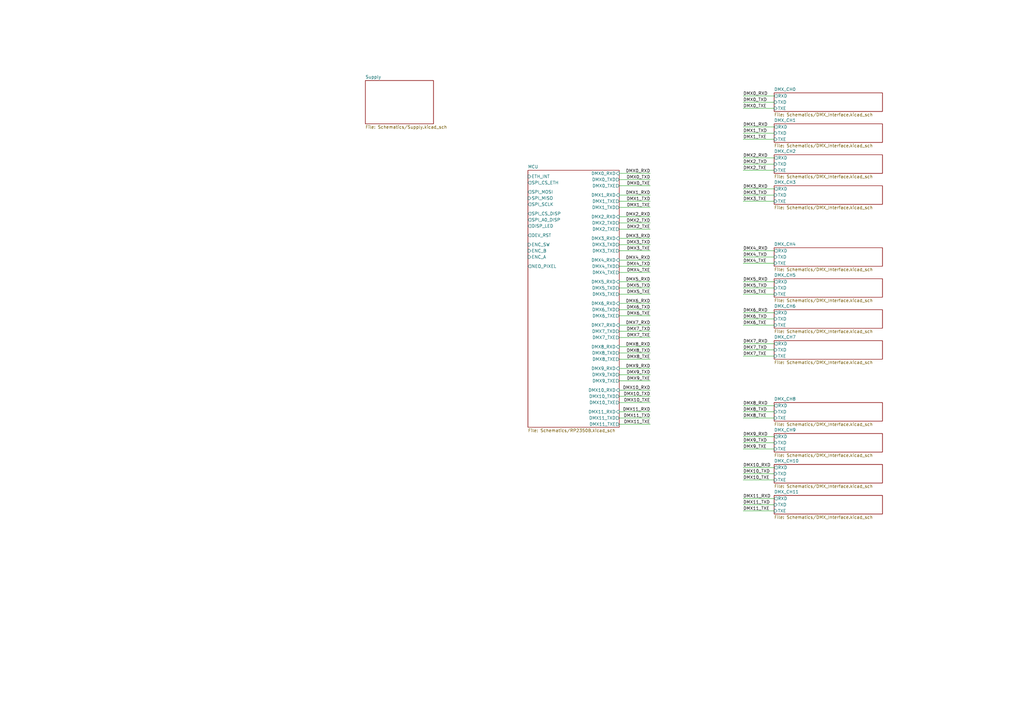
<source format=kicad_sch>
(kicad_sch
	(version 20250114)
	(generator "eeschema")
	(generator_version "9.0")
	(uuid "26be3687-b307-4fe4-a30d-21ea1dffd79c")
	(paper "A3")
	(lib_symbols)
	(wire
		(pts
			(xy 317.5 146.05) (xy 304.8 146.05)
		)
		(stroke
			(width 0)
			(type default)
		)
		(uuid "00229ed1-2069-44d7-8841-5887acc93bf7")
	)
	(wire
		(pts
			(xy 317.5 130.81) (xy 304.8 130.81)
		)
		(stroke
			(width 0)
			(type default)
		)
		(uuid "00a8ea04-07d0-492a-8ec8-0dcc531f3b1d")
	)
	(wire
		(pts
			(xy 317.5 39.37) (xy 304.8 39.37)
		)
		(stroke
			(width 0)
			(type default)
		)
		(uuid "059a2257-aa9b-4426-b9f9-4ca690a36ebd")
	)
	(wire
		(pts
			(xy 254 160.02) (xy 266.7 160.02)
		)
		(stroke
			(width 0)
			(type default)
		)
		(uuid "065d06c2-3de7-40e8-b860-90fa87efd779")
	)
	(wire
		(pts
			(xy 317.5 120.65) (xy 304.8 120.65)
		)
		(stroke
			(width 0)
			(type default)
		)
		(uuid "0a8829ca-632d-448a-8fc9-0cd4eec727c9")
	)
	(wire
		(pts
			(xy 254 124.46) (xy 266.7 124.46)
		)
		(stroke
			(width 0)
			(type default)
		)
		(uuid "0d309432-5fd9-4865-9587-fbf30543ed86")
	)
	(wire
		(pts
			(xy 317.5 179.07) (xy 304.8 179.07)
		)
		(stroke
			(width 0)
			(type default)
		)
		(uuid "0f21203f-b1fa-4114-a0a8-9c69cb4ac9a8")
	)
	(wire
		(pts
			(xy 254 171.45) (xy 266.7 171.45)
		)
		(stroke
			(width 0)
			(type default)
		)
		(uuid "153196d7-ce80-42d6-b55f-c0671b03f1a6")
	)
	(wire
		(pts
			(xy 254 144.78) (xy 266.7 144.78)
		)
		(stroke
			(width 0)
			(type default)
		)
		(uuid "16494d4a-bb5e-4ed0-81f8-ff618258215c")
	)
	(wire
		(pts
			(xy 254 97.79) (xy 266.7 97.79)
		)
		(stroke
			(width 0)
			(type default)
		)
		(uuid "1f221f4b-bbf3-4860-93e5-d8168b584d3e")
	)
	(wire
		(pts
			(xy 317.5 168.91) (xy 304.8 168.91)
		)
		(stroke
			(width 0)
			(type default)
		)
		(uuid "23fcb260-a2d3-4cfa-8917-8c034da909a7")
	)
	(wire
		(pts
			(xy 317.5 207.01) (xy 304.8 207.01)
		)
		(stroke
			(width 0)
			(type default)
		)
		(uuid "2bd2fcbc-d409-4410-9e74-9bbdfcec4669")
	)
	(wire
		(pts
			(xy 254 133.35) (xy 266.7 133.35)
		)
		(stroke
			(width 0)
			(type default)
		)
		(uuid "30f3bc73-4063-470f-b2bf-86f34eeae060")
	)
	(wire
		(pts
			(xy 317.5 204.47) (xy 304.8 204.47)
		)
		(stroke
			(width 0)
			(type default)
		)
		(uuid "311814ef-ea64-46cc-9c14-fe2a8b155a8d")
	)
	(wire
		(pts
			(xy 254 156.21) (xy 266.7 156.21)
		)
		(stroke
			(width 0)
			(type default)
		)
		(uuid "31cd770f-697b-4b23-ac20-44db9a778e32")
	)
	(wire
		(pts
			(xy 254 111.76) (xy 266.7 111.76)
		)
		(stroke
			(width 0)
			(type default)
		)
		(uuid "333dd356-8da8-4496-9723-5a81cd03be0d")
	)
	(wire
		(pts
			(xy 317.5 181.61) (xy 304.8 181.61)
		)
		(stroke
			(width 0)
			(type default)
		)
		(uuid "38964580-fbe8-4f0d-8b18-859ce4b860a3")
	)
	(wire
		(pts
			(xy 317.5 57.15) (xy 304.8 57.15)
		)
		(stroke
			(width 0)
			(type default)
		)
		(uuid "3b327520-2424-4778-b4ee-2e7a7393bf21")
	)
	(wire
		(pts
			(xy 317.5 143.51) (xy 304.8 143.51)
		)
		(stroke
			(width 0)
			(type default)
		)
		(uuid "3b3c5cc3-b37b-4db4-be8d-f84388ce5cfe")
	)
	(wire
		(pts
			(xy 254 147.32) (xy 266.7 147.32)
		)
		(stroke
			(width 0)
			(type default)
		)
		(uuid "41854bc4-5797-4c6e-907f-e8e77fb19b3e")
	)
	(wire
		(pts
			(xy 254 165.1) (xy 266.7 165.1)
		)
		(stroke
			(width 0)
			(type default)
		)
		(uuid "42ed8421-366b-4731-be32-da0d9ba4e4b4")
	)
	(wire
		(pts
			(xy 254 127) (xy 266.7 127)
		)
		(stroke
			(width 0)
			(type default)
		)
		(uuid "4872a593-28bc-4488-902c-b14b64c511e7")
	)
	(wire
		(pts
			(xy 317.5 44.45) (xy 304.8 44.45)
		)
		(stroke
			(width 0)
			(type default)
		)
		(uuid "4ed44882-8634-41a1-acb7-f46c1eb1b8ee")
	)
	(wire
		(pts
			(xy 254 135.89) (xy 266.7 135.89)
		)
		(stroke
			(width 0)
			(type default)
		)
		(uuid "4effbe81-3128-486d-82ae-66ad969aecd8")
	)
	(wire
		(pts
			(xy 254 85.09) (xy 266.7 85.09)
		)
		(stroke
			(width 0)
			(type default)
		)
		(uuid "501f2402-6424-4329-b11a-372fe0f1a1e0")
	)
	(wire
		(pts
			(xy 254 73.66) (xy 266.7 73.66)
		)
		(stroke
			(width 0)
			(type default)
		)
		(uuid "50800756-0183-4b17-a9c7-8eaae66fd36d")
	)
	(wire
		(pts
			(xy 317.5 209.55) (xy 304.8 209.55)
		)
		(stroke
			(width 0)
			(type default)
		)
		(uuid "54b9ebf7-a4a5-42a6-9242-da4c6a221c48")
	)
	(wire
		(pts
			(xy 317.5 184.15) (xy 304.8 184.15)
		)
		(stroke
			(width 0)
			(type default)
		)
		(uuid "56aa1fd1-b45b-4478-94cc-4f7c818fd267")
	)
	(wire
		(pts
			(xy 317.5 171.45) (xy 304.8 171.45)
		)
		(stroke
			(width 0)
			(type default)
		)
		(uuid "5cd2aa37-2e52-4051-bebd-6e17a32c3534")
	)
	(wire
		(pts
			(xy 254 109.22) (xy 266.7 109.22)
		)
		(stroke
			(width 0)
			(type default)
		)
		(uuid "5e93c098-d455-4a85-b354-8f542ef64b04")
	)
	(wire
		(pts
			(xy 254 151.13) (xy 266.7 151.13)
		)
		(stroke
			(width 0)
			(type default)
		)
		(uuid "60dd42c5-9001-414b-bdeb-46786fbba3dc")
	)
	(wire
		(pts
			(xy 254 120.65) (xy 266.7 120.65)
		)
		(stroke
			(width 0)
			(type default)
		)
		(uuid "623544d3-df03-47e3-b989-717d747ef242")
	)
	(wire
		(pts
			(xy 317.5 196.85) (xy 304.8 196.85)
		)
		(stroke
			(width 0)
			(type default)
		)
		(uuid "651e0290-3205-47d0-988f-29c13a5b5e3f")
	)
	(wire
		(pts
			(xy 317.5 54.61) (xy 304.8 54.61)
		)
		(stroke
			(width 0)
			(type default)
		)
		(uuid "6d41e58d-2e26-4e14-9fba-8a0ddf81c0ea")
	)
	(wire
		(pts
			(xy 254 100.33) (xy 266.7 100.33)
		)
		(stroke
			(width 0)
			(type default)
		)
		(uuid "7e28bc9d-a6fc-46da-b592-f69020e4b2b2")
	)
	(wire
		(pts
			(xy 317.5 67.31) (xy 304.8 67.31)
		)
		(stroke
			(width 0)
			(type default)
		)
		(uuid "8291fa91-1a5d-4cf9-87d7-2f5e8eeb5273")
	)
	(wire
		(pts
			(xy 317.5 118.11) (xy 304.8 118.11)
		)
		(stroke
			(width 0)
			(type default)
		)
		(uuid "84ac8fb8-57bb-447e-992d-faec26504db5")
	)
	(wire
		(pts
			(xy 317.5 133.35) (xy 304.8 133.35)
		)
		(stroke
			(width 0)
			(type default)
		)
		(uuid "84bd9de8-e9c1-41ff-99db-7b8f079deb02")
	)
	(wire
		(pts
			(xy 254 91.44) (xy 266.7 91.44)
		)
		(stroke
			(width 0)
			(type default)
		)
		(uuid "84d65d23-aaa1-46ff-81b9-a7c203219ffa")
	)
	(wire
		(pts
			(xy 317.5 64.77) (xy 304.8 64.77)
		)
		(stroke
			(width 0)
			(type default)
		)
		(uuid "85679bc4-b0c4-4c0a-a1bc-10ece5cb90cb")
	)
	(wire
		(pts
			(xy 317.5 82.55) (xy 304.8 82.55)
		)
		(stroke
			(width 0)
			(type default)
		)
		(uuid "8a54f88c-648e-4a6c-b7f9-2ea03910517d")
	)
	(wire
		(pts
			(xy 254 129.54) (xy 266.7 129.54)
		)
		(stroke
			(width 0)
			(type default)
		)
		(uuid "8caaffc8-31f1-49cd-9aca-e84c8a365175")
	)
	(wire
		(pts
			(xy 317.5 115.57) (xy 304.8 115.57)
		)
		(stroke
			(width 0)
			(type default)
		)
		(uuid "92d6a1c9-34d2-403d-ae07-bec8cd51576a")
	)
	(wire
		(pts
			(xy 254 80.01) (xy 266.7 80.01)
		)
		(stroke
			(width 0)
			(type default)
		)
		(uuid "93ce7201-6924-43ed-8061-d321cc23c1b8")
	)
	(wire
		(pts
			(xy 254 88.9) (xy 266.7 88.9)
		)
		(stroke
			(width 0)
			(type default)
		)
		(uuid "94c2757a-6537-4f6b-b3b0-aaf289364fb0")
	)
	(wire
		(pts
			(xy 317.5 128.27) (xy 304.8 128.27)
		)
		(stroke
			(width 0)
			(type default)
		)
		(uuid "94dc0164-3e1e-4f80-8d03-45ce61b5a8da")
	)
	(wire
		(pts
			(xy 254 106.68) (xy 266.7 106.68)
		)
		(stroke
			(width 0)
			(type default)
		)
		(uuid "974d5abc-63c2-4e66-a329-02022db255f0")
	)
	(wire
		(pts
			(xy 254 162.56) (xy 266.7 162.56)
		)
		(stroke
			(width 0)
			(type default)
		)
		(uuid "9a93f15b-1c00-42dd-8090-a4dcdfb1619f")
	)
	(wire
		(pts
			(xy 254 138.43) (xy 266.7 138.43)
		)
		(stroke
			(width 0)
			(type default)
		)
		(uuid "9e04540c-5e7f-4fcb-8c5a-ea6d48a3fa4f")
	)
	(wire
		(pts
			(xy 317.5 69.85) (xy 304.8 69.85)
		)
		(stroke
			(width 0)
			(type default)
		)
		(uuid "a5f38350-897f-4f64-9bcf-db13d056c76f")
	)
	(wire
		(pts
			(xy 254 82.55) (xy 266.7 82.55)
		)
		(stroke
			(width 0)
			(type default)
		)
		(uuid "a6546e80-5594-4325-91fa-7ec7e0a061ec")
	)
	(wire
		(pts
			(xy 317.5 41.91) (xy 304.8 41.91)
		)
		(stroke
			(width 0)
			(type default)
		)
		(uuid "a8ca4e0e-86ca-4ea2-90cf-67e19fbad6c8")
	)
	(wire
		(pts
			(xy 317.5 102.87) (xy 304.8 102.87)
		)
		(stroke
			(width 0)
			(type default)
		)
		(uuid "ab57cbeb-fbee-47c8-b87e-0ce87b1400da")
	)
	(wire
		(pts
			(xy 254 71.12) (xy 266.7 71.12)
		)
		(stroke
			(width 0)
			(type default)
		)
		(uuid "afe891fc-025b-451a-bbb6-d86768f52644")
	)
	(wire
		(pts
			(xy 254 93.98) (xy 266.7 93.98)
		)
		(stroke
			(width 0)
			(type default)
		)
		(uuid "b44adafa-924a-41ed-98b4-1f1c283f9401")
	)
	(wire
		(pts
			(xy 317.5 52.07) (xy 304.8 52.07)
		)
		(stroke
			(width 0)
			(type default)
		)
		(uuid "b481ed06-297c-43a8-a927-b74738d6e3f2")
	)
	(wire
		(pts
			(xy 317.5 80.01) (xy 304.8 80.01)
		)
		(stroke
			(width 0)
			(type default)
		)
		(uuid "b9899dea-2410-4e39-a17c-388f83e6dcdb")
	)
	(wire
		(pts
			(xy 254 118.11) (xy 266.7 118.11)
		)
		(stroke
			(width 0)
			(type default)
		)
		(uuid "bd5061a9-28de-4ed4-ba6f-c791678a45c8")
	)
	(wire
		(pts
			(xy 254 142.24) (xy 266.7 142.24)
		)
		(stroke
			(width 0)
			(type default)
		)
		(uuid "c094ce5e-48fd-4fee-af53-1b8f07593457")
	)
	(wire
		(pts
			(xy 317.5 166.37) (xy 304.8 166.37)
		)
		(stroke
			(width 0)
			(type default)
		)
		(uuid "c0d2ecb0-9e73-40c3-a81e-cb73851c79d0")
	)
	(wire
		(pts
			(xy 317.5 191.77) (xy 304.8 191.77)
		)
		(stroke
			(width 0)
			(type default)
		)
		(uuid "c2e54db5-6fb6-41b6-bec2-32bab356c314")
	)
	(wire
		(pts
			(xy 254 102.87) (xy 266.7 102.87)
		)
		(stroke
			(width 0)
			(type default)
		)
		(uuid "c7707ca5-280c-4527-be29-7c5a43c77405")
	)
	(wire
		(pts
			(xy 254 76.2) (xy 266.7 76.2)
		)
		(stroke
			(width 0)
			(type default)
		)
		(uuid "c7cd92da-d042-4713-8d3b-fe7b3e63a8aa")
	)
	(wire
		(pts
			(xy 254 153.67) (xy 266.7 153.67)
		)
		(stroke
			(width 0)
			(type default)
		)
		(uuid "d0e0bbea-b689-4d66-ab9c-8b813fb4ff59")
	)
	(wire
		(pts
			(xy 317.5 194.31) (xy 304.8 194.31)
		)
		(stroke
			(width 0)
			(type default)
		)
		(uuid "d26914aa-e473-4e5a-8a2f-25191dcc99eb")
	)
	(wire
		(pts
			(xy 254 115.57) (xy 266.7 115.57)
		)
		(stroke
			(width 0)
			(type default)
		)
		(uuid "d5fd3836-ef80-4db1-b125-c303b19b1529")
	)
	(wire
		(pts
			(xy 254 168.91) (xy 266.7 168.91)
		)
		(stroke
			(width 0)
			(type default)
		)
		(uuid "df0d047e-723c-4b3e-b390-5209053ac90b")
	)
	(wire
		(pts
			(xy 254 173.99) (xy 266.7 173.99)
		)
		(stroke
			(width 0)
			(type default)
		)
		(uuid "e88a5854-de28-4e98-8c6e-dfa0a9a7f65d")
	)
	(wire
		(pts
			(xy 317.5 77.47) (xy 304.8 77.47)
		)
		(stroke
			(width 0)
			(type default)
		)
		(uuid "f18d7f8a-84b6-4afb-b60f-607d8dfcaa82")
	)
	(wire
		(pts
			(xy 317.5 107.95) (xy 304.8 107.95)
		)
		(stroke
			(width 0)
			(type default)
		)
		(uuid "f2678c11-a89f-4c73-b8e1-b20968a91e0e")
	)
	(wire
		(pts
			(xy 317.5 140.97) (xy 304.8 140.97)
		)
		(stroke
			(width 0)
			(type default)
		)
		(uuid "f49ae6e8-652e-4e9e-b758-fc8a65c236a8")
	)
	(wire
		(pts
			(xy 317.5 105.41) (xy 304.8 105.41)
		)
		(stroke
			(width 0)
			(type default)
		)
		(uuid "fdbf31f9-b8cb-4c05-9707-be16c6c85b3c")
	)
	(label "DMX9_TXD"
		(at 266.7 153.67 180)
		(effects
			(font
				(size 1.27 1.27)
				(thickness 0.1588)
			)
			(justify right bottom)
		)
		(uuid "03dd0f48-0c97-4b9b-af60-c87612b086ae")
	)
	(label "DMX5_TXD"
		(at 266.7 118.11 180)
		(effects
			(font
				(size 1.27 1.27)
				(thickness 0.1588)
			)
			(justify right bottom)
		)
		(uuid "08708164-b54f-40ae-9759-8cce99e91259")
	)
	(label "DMX2_TXE"
		(at 266.7 93.98 180)
		(effects
			(font
				(size 1.27 1.27)
				(thickness 0.1588)
			)
			(justify right bottom)
		)
		(uuid "08f1eace-dc3b-4c58-bb6c-cedcf5e862a5")
	)
	(label "DMX4_TXE"
		(at 304.8 107.95 0)
		(effects
			(font
				(size 1.27 1.27)
				(thickness 0.1588)
			)
			(justify left bottom)
		)
		(uuid "0e6cd9bc-bf99-454d-a723-28f30d3a0f25")
	)
	(label "DMX0_RXD"
		(at 266.7 71.12 180)
		(effects
			(font
				(size 1.27 1.27)
				(thickness 0.1588)
			)
			(justify right bottom)
		)
		(uuid "0f0eb4f7-34f5-4930-8862-e126c0708d5a")
	)
	(label "DMX3_RXD"
		(at 304.8 77.47 0)
		(effects
			(font
				(size 1.27 1.27)
				(thickness 0.1588)
			)
			(justify left bottom)
		)
		(uuid "10185827-eee6-491d-8d9d-1af770e6af3a")
	)
	(label "DMX0_TXE"
		(at 304.8 44.45 0)
		(effects
			(font
				(size 1.27 1.27)
			)
			(justify left bottom)
		)
		(uuid "142d6e58-fedf-4a8c-8b30-a65b91b8b766")
	)
	(label "DMX4_RXD"
		(at 304.8 102.87 0)
		(effects
			(font
				(size 1.27 1.27)
				(thickness 0.1588)
			)
			(justify left bottom)
		)
		(uuid "158bdcb3-6fd8-4634-8d75-9d34cec54751")
	)
	(label "DMX10_TXD"
		(at 304.8 194.31 0)
		(effects
			(font
				(size 1.27 1.27)
				(thickness 0.1588)
			)
			(justify left bottom)
		)
		(uuid "196b23e1-2f85-48b5-9031-d5ad7194436e")
	)
	(label "DMX11_TXE"
		(at 304.8 209.55 0)
		(effects
			(font
				(size 1.27 1.27)
				(thickness 0.1588)
			)
			(justify left bottom)
		)
		(uuid "1c02e74d-d579-4305-b450-d87cd925b312")
	)
	(label "DMX2_TXD"
		(at 266.7 91.44 180)
		(effects
			(font
				(size 1.27 1.27)
				(thickness 0.1588)
			)
			(justify right bottom)
		)
		(uuid "1c5df443-0f2a-45a2-8e40-3c014175f47e")
	)
	(label "DMX7_TXE"
		(at 266.7 138.43 180)
		(effects
			(font
				(size 1.27 1.27)
				(thickness 0.1588)
			)
			(justify right bottom)
		)
		(uuid "20412b4b-6d10-4a1c-adb2-e3ca1825d64a")
	)
	(label "DMX3_TXD"
		(at 266.7 100.33 180)
		(effects
			(font
				(size 1.27 1.27)
				(thickness 0.1588)
			)
			(justify right bottom)
		)
		(uuid "220be786-d3fa-4be0-a50b-8cbf7938ad83")
	)
	(label "DMX9_RXD"
		(at 304.8 179.07 0)
		(effects
			(font
				(size 1.27 1.27)
				(thickness 0.1588)
			)
			(justify left bottom)
		)
		(uuid "239775fc-f133-46b7-9331-ee123181bc0d")
	)
	(label "DMX4_TXE"
		(at 266.7 111.76 180)
		(effects
			(font
				(size 1.27 1.27)
				(thickness 0.1588)
			)
			(justify right bottom)
		)
		(uuid "23cec6ac-b2f1-44d3-8d15-c7e3e17c9bb8")
	)
	(label "DMX5_RXD"
		(at 304.8 115.57 0)
		(effects
			(font
				(size 1.27 1.27)
				(thickness 0.1588)
			)
			(justify left bottom)
		)
		(uuid "2ba5fa7f-7f92-4a31-b671-561add05da3b")
	)
	(label "DMX11_RXD"
		(at 266.7 168.91 180)
		(effects
			(font
				(size 1.27 1.27)
				(thickness 0.1588)
			)
			(justify right bottom)
		)
		(uuid "308636ac-488f-47be-89df-43ce26d3359c")
	)
	(label "DMX0_TXD"
		(at 304.8 41.91 0)
		(effects
			(font
				(size 1.27 1.27)
				(thickness 0.1588)
			)
			(justify left bottom)
		)
		(uuid "3271f8d2-892b-44a8-9e36-462b6c0ab66c")
	)
	(label "DMX9_TXE"
		(at 266.7 156.21 180)
		(effects
			(font
				(size 1.27 1.27)
				(thickness 0.1588)
			)
			(justify right bottom)
		)
		(uuid "33cb851d-90a6-4b5d-8573-195e58751761")
	)
	(label "DMX7_TXE"
		(at 304.8 146.05 0)
		(effects
			(font
				(size 1.27 1.27)
				(thickness 0.1588)
			)
			(justify left bottom)
		)
		(uuid "3aaad911-22d5-486b-8886-ef134b63953d")
	)
	(label "DMX8_RXD"
		(at 266.7 142.24 180)
		(effects
			(font
				(size 1.27 1.27)
				(thickness 0.1588)
			)
			(justify right bottom)
		)
		(uuid "410a1811-4206-4ce9-b4e2-fe1cc29bfe79")
	)
	(label "DMX11_RXD"
		(at 304.8 204.47 0)
		(effects
			(font
				(size 1.27 1.27)
				(thickness 0.1588)
			)
			(justify left bottom)
		)
		(uuid "4e75b413-d6bc-44ab-b6a2-1d857ab7e4da")
	)
	(label "DMX10_TXD"
		(at 266.7 162.56 180)
		(effects
			(font
				(size 1.27 1.27)
				(thickness 0.1588)
			)
			(justify right bottom)
		)
		(uuid "4e97ca79-8e61-42c7-b73c-c179c8c99ddd")
	)
	(label "DMX8_TXE"
		(at 304.8 171.45 0)
		(effects
			(font
				(size 1.27 1.27)
				(thickness 0.1588)
			)
			(justify left bottom)
		)
		(uuid "513ad2bf-3b34-4b02-a0a7-553e02380b0f")
	)
	(label "DMX10_RXD"
		(at 304.8 191.77 0)
		(effects
			(font
				(size 1.27 1.27)
				(thickness 0.1588)
			)
			(justify left bottom)
		)
		(uuid "52e24701-0227-4b62-a45f-4f4e8eda7c38")
	)
	(label "DMX5_RXD"
		(at 266.7 115.57 180)
		(effects
			(font
				(size 1.27 1.27)
				(thickness 0.1588)
			)
			(justify right bottom)
		)
		(uuid "5cc43a8c-d120-49a3-99e6-a33d66e70dd6")
	)
	(label "DMX10_TXE"
		(at 304.8 196.85 0)
		(effects
			(font
				(size 1.27 1.27)
				(thickness 0.1588)
			)
			(justify left bottom)
		)
		(uuid "5f03ab07-b39e-46ae-bdd6-e4bdc1fe0053")
	)
	(label "DMX3_TXE"
		(at 266.7 102.87 180)
		(effects
			(font
				(size 1.27 1.27)
				(thickness 0.1588)
			)
			(justify right bottom)
		)
		(uuid "61739932-8a9f-4848-ac64-1a031aa2d454")
	)
	(label "DMX9_TXD"
		(at 304.8 181.61 0)
		(effects
			(font
				(size 1.27 1.27)
				(thickness 0.1588)
			)
			(justify left bottom)
		)
		(uuid "7498eeea-a066-49e0-8835-924c93eef8aa")
	)
	(label "DMX7_RXD"
		(at 304.8 140.97 0)
		(effects
			(font
				(size 1.27 1.27)
				(thickness 0.1588)
			)
			(justify left bottom)
		)
		(uuid "74feccff-db58-4b0c-9561-0909448977d1")
	)
	(label "DMX4_TXD"
		(at 304.8 105.41 0)
		(effects
			(font
				(size 1.27 1.27)
				(thickness 0.1588)
			)
			(justify left bottom)
		)
		(uuid "75d3ff28-911c-4649-9886-c4867ad85f3e")
	)
	(label "DMX1_TXD"
		(at 266.7 82.55 180)
		(effects
			(font
				(size 1.27 1.27)
				(thickness 0.1588)
			)
			(justify right bottom)
		)
		(uuid "797a6bee-dcb5-43d6-a1c6-9ec0d87b72f5")
	)
	(label "DMX3_TXE"
		(at 304.8 82.55 0)
		(effects
			(font
				(size 1.27 1.27)
			)
			(justify left bottom)
		)
		(uuid "7d1f1d79-9602-42a7-8280-dc75d9ed1d12")
	)
	(label "DMX1_TXD"
		(at 304.8 54.61 0)
		(effects
			(font
				(size 1.27 1.27)
				(thickness 0.1588)
			)
			(justify left bottom)
		)
		(uuid "81f49da6-46b8-4cd3-830d-75b7fc0c351d")
	)
	(label "DMX11_TXD"
		(at 304.8 207.01 0)
		(effects
			(font
				(size 1.27 1.27)
				(thickness 0.1588)
			)
			(justify left bottom)
		)
		(uuid "8363198a-58db-4215-a8eb-ab4dbe21d9fd")
	)
	(label "DMX2_RXD"
		(at 304.8 64.77 0)
		(effects
			(font
				(size 1.27 1.27)
				(thickness 0.1588)
			)
			(justify left bottom)
		)
		(uuid "83fc244e-e8b8-45fe-9476-16011db0fa13")
	)
	(label "DMX6_TXD"
		(at 304.8 130.81 0)
		(effects
			(font
				(size 1.27 1.27)
				(thickness 0.1588)
			)
			(justify left bottom)
		)
		(uuid "84572183-aaab-4b6d-9c15-06143598e8d8")
	)
	(label "DMX1_TXE"
		(at 304.8 57.15 0)
		(effects
			(font
				(size 1.27 1.27)
			)
			(justify left bottom)
		)
		(uuid "851a556c-ddd1-444b-a7c5-3173a800a3ff")
	)
	(label "DMX10_RXD"
		(at 266.7 160.02 180)
		(effects
			(font
				(size 1.27 1.27)
				(thickness 0.1588)
			)
			(justify right bottom)
		)
		(uuid "8714c105-97f2-4a66-ba72-8dcab61b54b1")
	)
	(label "DMX7_TXD"
		(at 304.8 143.51 0)
		(effects
			(font
				(size 1.27 1.27)
				(thickness 0.1588)
			)
			(justify left bottom)
		)
		(uuid "915305bd-2f51-4730-ab64-ab1b59dd39a0")
	)
	(label "DMX0_TXD"
		(at 266.7 73.66 180)
		(effects
			(font
				(size 1.27 1.27)
				(thickness 0.1588)
			)
			(justify right bottom)
		)
		(uuid "97fde968-1b15-43fe-9184-71e485b7fc32")
	)
	(label "DMX8_TXD"
		(at 266.7 144.78 180)
		(effects
			(font
				(size 1.27 1.27)
				(thickness 0.1588)
			)
			(justify right bottom)
		)
		(uuid "a2217385-862a-4302-b265-39c49854b5b4")
	)
	(label "DMX2_TXD"
		(at 304.8 67.31 0)
		(effects
			(font
				(size 1.27 1.27)
				(thickness 0.1588)
			)
			(justify left bottom)
		)
		(uuid "a5e232cc-ce15-4349-be29-1d8f4bb1d2c6")
	)
	(label "DMX0_RXD"
		(at 304.8 39.37 0)
		(effects
			(font
				(size 1.27 1.27)
				(thickness 0.1588)
			)
			(justify left bottom)
		)
		(uuid "a9e55d8f-adb0-4f0e-9f7c-a1267d5ea3e6")
	)
	(label "DMX1_TXE"
		(at 266.7 85.09 180)
		(effects
			(font
				(size 1.27 1.27)
				(thickness 0.1588)
			)
			(justify right bottom)
		)
		(uuid "ae544089-e9c8-4ace-91b1-4c708cd74d91")
	)
	(label "DMX6_TXD"
		(at 266.7 127 180)
		(effects
			(font
				(size 1.27 1.27)
				(thickness 0.1588)
			)
			(justify right bottom)
		)
		(uuid "b3d75717-9a59-4769-8bc7-2332df510a9c")
	)
	(label "DMX8_TXE"
		(at 266.7 147.32 180)
		(effects
			(font
				(size 1.27 1.27)
				(thickness 0.1588)
			)
			(justify right bottom)
		)
		(uuid "b79b71e2-a07c-40c3-9835-90f218b54ef6")
	)
	(label "DMX6_RXD"
		(at 304.8 128.27 0)
		(effects
			(font
				(size 1.27 1.27)
				(thickness 0.1588)
			)
			(justify left bottom)
		)
		(uuid "b8379501-e766-4d59-9114-d03d0b9cdde3")
	)
	(label "DMX1_RXD"
		(at 304.8 52.07 0)
		(effects
			(font
				(size 1.27 1.27)
				(thickness 0.1588)
			)
			(justify left bottom)
		)
		(uuid "bd686177-435f-42d5-9f07-223d06f5774a")
	)
	(label "DMX1_RXD"
		(at 266.7 80.01 180)
		(effects
			(font
				(size 1.27 1.27)
				(thickness 0.1588)
			)
			(justify right bottom)
		)
		(uuid "c078cc43-9b3e-43f2-886c-7b3b67c7d9ce")
	)
	(label "DMX7_TXD"
		(at 266.7 135.89 180)
		(effects
			(font
				(size 1.27 1.27)
				(thickness 0.1588)
			)
			(justify right bottom)
		)
		(uuid "c2d041ab-d562-4f4f-9a9a-a526c2796bb8")
	)
	(label "DMX11_TXE"
		(at 266.7 173.99 180)
		(effects
			(font
				(size 1.27 1.27)
				(thickness 0.1588)
			)
			(justify right bottom)
		)
		(uuid "c446299d-a03e-4ef1-8160-b4649a65f199")
	)
	(label "DMX2_TXE"
		(at 304.8 69.85 0)
		(effects
			(font
				(size 1.27 1.27)
			)
			(justify left bottom)
		)
		(uuid "c83a73ed-bad1-4519-b27c-a827fba77126")
	)
	(label "DMX8_RXD"
		(at 304.8 166.37 0)
		(effects
			(font
				(size 1.27 1.27)
				(thickness 0.1588)
			)
			(justify left bottom)
		)
		(uuid "c8cac6ef-66bc-4323-af24-c34c72aac2e9")
	)
	(label "DMX5_TXE"
		(at 266.7 120.65 180)
		(effects
			(font
				(size 1.27 1.27)
				(thickness 0.1588)
			)
			(justify right bottom)
		)
		(uuid "c9e2d459-a2a6-48ab-a4cd-f3a87940e86a")
	)
	(label "DMX3_TXD"
		(at 304.8 80.01 0)
		(effects
			(font
				(size 1.27 1.27)
				(thickness 0.1588)
			)
			(justify left bottom)
		)
		(uuid "ca48e7d6-7fe6-4af8-bbc5-064127a66c99")
	)
	(label "DMX6_RXD"
		(at 266.7 124.46 180)
		(effects
			(font
				(size 1.27 1.27)
				(thickness 0.1588)
			)
			(justify right bottom)
		)
		(uuid "d039653f-1705-4d44-9c11-8664b064e464")
	)
	(label "DMX3_RXD"
		(at 266.7 97.79 180)
		(effects
			(font
				(size 1.27 1.27)
				(thickness 0.1588)
			)
			(justify right bottom)
		)
		(uuid "d16e5945-81ca-41de-955c-0eec486bdaff")
	)
	(label "DMX9_RXD"
		(at 266.7 151.13 180)
		(effects
			(font
				(size 1.27 1.27)
				(thickness 0.1588)
			)
			(justify right bottom)
		)
		(uuid "d340d669-eb75-440e-b1a6-64a82cdf6888")
	)
	(label "DMX6_TXE"
		(at 304.8 133.35 0)
		(effects
			(font
				(size 1.27 1.27)
				(thickness 0.1588)
			)
			(justify left bottom)
		)
		(uuid "d5ee7e94-edb6-4de9-a3eb-701ed5308b7b")
	)
	(label "DMX4_RXD"
		(at 266.7 106.68 180)
		(effects
			(font
				(size 1.27 1.27)
				(thickness 0.1588)
			)
			(justify right bottom)
		)
		(uuid "d6e4efac-ab93-4c04-8801-2ec875848553")
	)
	(label "DMX9_TXE"
		(at 304.8 184.15 0)
		(effects
			(font
				(size 1.27 1.27)
				(thickness 0.1588)
			)
			(justify left bottom)
		)
		(uuid "d7d6fb82-d7f3-4ef3-84cf-aee32534a52e")
	)
	(label "DMX10_TXE"
		(at 266.7 165.1 180)
		(effects
			(font
				(size 1.27 1.27)
				(thickness 0.1588)
			)
			(justify right bottom)
		)
		(uuid "daa6eb64-59d2-439a-9b4c-bba24fab3cdf")
	)
	(label "DMX2_RXD"
		(at 266.7 88.9 180)
		(effects
			(font
				(size 1.27 1.27)
				(thickness 0.1588)
			)
			(justify right bottom)
		)
		(uuid "dabd7fee-016d-44d4-a9d5-77dfb4dc5bf8")
	)
	(label "DMX7_RXD"
		(at 266.7 133.35 180)
		(effects
			(font
				(size 1.27 1.27)
				(thickness 0.1588)
			)
			(justify right bottom)
		)
		(uuid "dac4d655-6c90-4b54-b331-418b072e4874")
	)
	(label "DMX4_TXD"
		(at 266.7 109.22 180)
		(effects
			(font
				(size 1.27 1.27)
				(thickness 0.1588)
			)
			(justify right bottom)
		)
		(uuid "db8d97ac-e17c-468d-a0f5-250b4e43a86f")
	)
	(label "DMX5_TXE"
		(at 304.8 120.65 0)
		(effects
			(font
				(size 1.27 1.27)
				(thickness 0.1588)
			)
			(justify left bottom)
		)
		(uuid "e857049f-8da0-4228-85ec-836c80c4f9c7")
	)
	(label "DMX8_TXD"
		(at 304.8 168.91 0)
		(effects
			(font
				(size 1.27 1.27)
				(thickness 0.1588)
			)
			(justify left bottom)
		)
		(uuid "f24dfb37-157b-4627-af06-3df32ae6ca0a")
	)
	(label "DMX6_TXE"
		(at 266.7 129.54 180)
		(effects
			(font
				(size 1.27 1.27)
				(thickness 0.1588)
			)
			(justify right bottom)
		)
		(uuid "f8c62e67-bacc-4a4b-89c3-d338029aceda")
	)
	(label "DMX0_TXE"
		(at 266.7 76.2 180)
		(effects
			(font
				(size 1.27 1.27)
				(thickness 0.1588)
			)
			(justify right bottom)
		)
		(uuid "f94908a8-6f2f-4df7-8a8f-6d9257b41cd9")
	)
	(label "DMX5_TXD"
		(at 304.8 118.11 0)
		(effects
			(font
				(size 1.27 1.27)
				(thickness 0.1588)
			)
			(justify left bottom)
		)
		(uuid "fb8bcf8b-9696-46ab-9962-e9a479f894bc")
	)
	(label "DMX11_TXD"
		(at 266.7 171.45 180)
		(effects
			(font
				(size 1.27 1.27)
				(thickness 0.1588)
			)
			(justify right bottom)
		)
		(uuid "ff1db6ec-adc1-4fbc-9952-7027d5474061")
	)
	(sheet
		(at 317.5 101.6)
		(size 44.45 7.62)
		(exclude_from_sim no)
		(in_bom yes)
		(on_board yes)
		(dnp no)
		(fields_autoplaced yes)
		(stroke
			(width 0.1524)
			(type solid)
		)
		(fill
			(color 0 0 0 0.0000)
		)
		(uuid "0c0b0718-6e56-45d6-b138-48bcde37b092")
		(property "Sheetname" "DMX_CH4"
			(at 317.5 100.8884 0)
			(effects
				(font
					(size 1.27 1.27)
				)
				(justify left bottom)
			)
		)
		(property "Sheetfile" "Schematics/DMX_Interface.kicad_sch"
			(at 317.5 109.8046 0)
			(effects
				(font
					(size 1.27 1.27)
				)
				(justify left top)
			)
		)
		(pin "RXD" output
			(at 317.5 102.87 180)
			(uuid "92e46a3c-50e5-48c9-85fc-493fc2513f4a")
			(effects
				(font
					(size 1.27 1.27)
				)
				(justify left)
			)
		)
		(pin "TXD" input
			(at 317.5 105.41 180)
			(uuid "19d12590-3979-4cc3-9e01-7865bd111868")
			(effects
				(font
					(size 1.27 1.27)
				)
				(justify left)
			)
		)
		(pin "TXE" input
			(at 317.5 107.95 180)
			(uuid "5ac694f9-eeaa-4fb9-89dd-f261620544df")
			(effects
				(font
					(size 1.27 1.27)
				)
				(justify left)
			)
		)
		(instances
			(project "ArtNetNode"
				(path "/26be3687-b307-4fe4-a30d-21ea1dffd79c"
					(page "7")
				)
			)
		)
	)
	(sheet
		(at 317.5 203.2)
		(size 44.45 7.62)
		(exclude_from_sim no)
		(in_bom yes)
		(on_board yes)
		(dnp no)
		(fields_autoplaced yes)
		(stroke
			(width 0.1524)
			(type solid)
		)
		(fill
			(color 0 0 0 0.0000)
		)
		(uuid "12a7e5d1-51d9-4fc9-9aa8-aa9d3d53af52")
		(property "Sheetname" "DMX_CH11"
			(at 317.5 202.4884 0)
			(effects
				(font
					(size 1.27 1.27)
				)
				(justify left bottom)
			)
		)
		(property "Sheetfile" "Schematics/DMX_Interface.kicad_sch"
			(at 317.5 211.4046 0)
			(effects
				(font
					(size 1.27 1.27)
				)
				(justify left top)
			)
		)
		(pin "RXD" output
			(at 317.5 204.47 180)
			(uuid "76e2db36-eb96-4dfc-8552-98226dc9e313")
			(effects
				(font
					(size 1.27 1.27)
				)
				(justify left)
			)
		)
		(pin "TXD" input
			(at 317.5 207.01 180)
			(uuid "78298882-a76a-449b-a546-8061eca1753f")
			(effects
				(font
					(size 1.27 1.27)
				)
				(justify left)
			)
		)
		(pin "TXE" input
			(at 317.5 209.55 180)
			(uuid "058a45c5-1811-4647-83f3-0d0652ac5784")
			(effects
				(font
					(size 1.27 1.27)
				)
				(justify left)
			)
		)
		(instances
			(project "ArtNetNode"
				(path "/26be3687-b307-4fe4-a30d-21ea1dffd79c"
					(page "14")
				)
			)
		)
	)
	(sheet
		(at 317.5 76.2)
		(size 44.45 7.62)
		(exclude_from_sim no)
		(in_bom yes)
		(on_board yes)
		(dnp no)
		(fields_autoplaced yes)
		(stroke
			(width 0.1524)
			(type solid)
		)
		(fill
			(color 0 0 0 0.0000)
		)
		(uuid "1f35c5f2-70ec-4d4d-b940-6e5b6711f25b")
		(property "Sheetname" "DMX_CH3"
			(at 317.5 75.4884 0)
			(effects
				(font
					(size 1.27 1.27)
				)
				(justify left bottom)
			)
		)
		(property "Sheetfile" "Schematics/DMX_Interface.kicad_sch"
			(at 317.5 84.4046 0)
			(effects
				(font
					(size 1.27 1.27)
				)
				(justify left top)
			)
		)
		(pin "RXD" output
			(at 317.5 77.47 180)
			(uuid "d9572b7d-65f6-4413-b4cf-ffb07b4d99bb")
			(effects
				(font
					(size 1.27 1.27)
				)
				(justify left)
			)
		)
		(pin "TXD" input
			(at 317.5 80.01 180)
			(uuid "68b30f2c-afbd-44f5-90e0-cb01343459aa")
			(effects
				(font
					(size 1.27 1.27)
				)
				(justify left)
			)
		)
		(pin "TXE" input
			(at 317.5 82.55 180)
			(uuid "28e95852-b130-4dc8-976f-9deef5e14905")
			(effects
				(font
					(size 1.27 1.27)
				)
				(justify left)
			)
		)
		(instances
			(project "ArtNetNode"
				(path "/26be3687-b307-4fe4-a30d-21ea1dffd79c"
					(page "6")
				)
			)
		)
	)
	(sheet
		(at 216.535 69.85)
		(size 37.465 105.41)
		(exclude_from_sim no)
		(in_bom yes)
		(on_board yes)
		(dnp no)
		(fields_autoplaced yes)
		(stroke
			(width 0.1524)
			(type solid)
		)
		(fill
			(color 0 0 0 0.0000)
		)
		(uuid "30a47392-aaca-48b1-8613-18406fb64a2e")
		(property "Sheetname" "MCU"
			(at 216.535 69.1384 0)
			(effects
				(font
					(size 1.27 1.27)
				)
				(justify left bottom)
			)
		)
		(property "Sheetfile" "Schematics/RP2350B.kicad_sch"
			(at 216.535 175.8446 0)
			(effects
				(font
					(size 1.27 1.27)
				)
				(justify left top)
			)
		)
		(pin "DEV_RST" output
			(at 216.535 96.52 180)
			(uuid "2372d41a-b45a-4fa7-8b5d-5d8b21e8a021")
			(effects
				(font
					(size 1.27 1.27)
				)
				(justify left)
			)
		)
		(pin "SPI_CS_DISP" output
			(at 216.535 87.63 180)
			(uuid "45673832-e721-4112-866a-ebeb36a8cef2")
			(effects
				(font
					(size 1.27 1.27)
				)
				(justify left)
			)
		)
		(pin "DMX0_TXD" output
			(at 254 73.66 0)
			(uuid "826b8c27-176e-495b-9658-1d88972d9317")
			(effects
				(font
					(size 1.27 1.27)
				)
				(justify right)
			)
		)
		(pin "SPI_CS_ETH" output
			(at 216.535 74.93 180)
			(uuid "d223a5e2-8895-4f02-86f4-2ce0a6eb3bdb")
			(effects
				(font
					(size 1.27 1.27)
				)
				(justify left)
			)
		)
		(pin "SPI_A0_DISP" output
			(at 216.535 90.17 180)
			(uuid "2a96dbb0-1ca6-431f-80ba-5283254fd0ab")
			(effects
				(font
					(size 1.27 1.27)
				)
				(justify left)
			)
		)
		(pin "DMX0_TXE" output
			(at 254 76.2 0)
			(uuid "82ac7ab4-b8da-416b-b4f6-14ea8520f3b0")
			(effects
				(font
					(size 1.27 1.27)
				)
				(justify right)
			)
		)
		(pin "DMX1_TXE" output
			(at 254 82.55 0)
			(uuid "bbff56ef-819c-4c13-b580-b66bd6a80b00")
			(effects
				(font
					(size 1.27 1.27)
				)
				(justify right)
			)
		)
		(pin "DISP_LED" output
			(at 216.535 92.71 180)
			(uuid "32589221-d992-47c0-b1ab-993dd367fc98")
			(effects
				(font
					(size 1.27 1.27)
				)
				(justify left)
			)
		)
		(pin "DMX1_TXD" output
			(at 254 85.09 0)
			(uuid "79b78d25-6141-47df-8fca-97f6cf74295f")
			(effects
				(font
					(size 1.27 1.27)
				)
				(justify right)
			)
		)
		(pin "DMX1_RXD" input
			(at 254 80.01 0)
			(uuid "9303e395-6bfa-470d-83b8-ea2a108a8e21")
			(effects
				(font
					(size 1.27 1.27)
				)
				(justify right)
			)
		)
		(pin "DMX0_RXD" input
			(at 254 71.12 0)
			(uuid "90d3f41d-8021-48ee-982d-aa3b8588aad9")
			(effects
				(font
					(size 1.27 1.27)
				)
				(justify right)
			)
		)
		(pin "SPI_MOSI" output
			(at 216.535 78.74 180)
			(uuid "18653190-697b-447b-a4b2-4715b488dcda")
			(effects
				(font
					(size 1.27 1.27)
				)
				(justify left)
			)
		)
		(pin "ETH_INT" input
			(at 216.535 72.39 180)
			(uuid "aaa31198-e48d-4735-9636-0d023d60d5f3")
			(effects
				(font
					(size 1.27 1.27)
				)
				(justify left)
			)
		)
		(pin "DMX3_RXD" input
			(at 254 97.79 0)
			(uuid "46b5351f-5c8f-4106-bf8e-c590a26ee285")
			(effects
				(font
					(size 1.27 1.27)
				)
				(justify right)
			)
		)
		(pin "DMX2_TXD" output
			(at 254 91.44 0)
			(uuid "f6199716-0520-4277-9b2f-320adb8b6433")
			(effects
				(font
					(size 1.27 1.27)
				)
				(justify right)
			)
		)
		(pin "DMX2_TXE" output
			(at 254 93.98 0)
			(uuid "35ecd99a-e050-4467-ae61-f8eb34de57a4")
			(effects
				(font
					(size 1.27 1.27)
				)
				(justify right)
			)
		)
		(pin "DMX3_TXE" output
			(at 254 102.87 0)
			(uuid "8c1e6b31-5411-4265-8a40-3ed3ade00153")
			(effects
				(font
					(size 1.27 1.27)
				)
				(justify right)
			)
		)
		(pin "DMX2_RXD" input
			(at 254 88.9 0)
			(uuid "ed1b0570-4e81-43d5-8bc0-69ef7e22b4f1")
			(effects
				(font
					(size 1.27 1.27)
				)
				(justify right)
			)
		)
		(pin "DMX3_TXD" output
			(at 254 100.33 0)
			(uuid "7a12d797-048b-43c9-90b2-cbed1288ae5e")
			(effects
				(font
					(size 1.27 1.27)
				)
				(justify right)
			)
		)
		(pin "SPI_MISO" input
			(at 216.535 81.28 180)
			(uuid "31f23021-bfb4-40e1-87f1-27ad6ae0930b")
			(effects
				(font
					(size 1.27 1.27)
				)
				(justify left)
			)
		)
		(pin "SPI_SCLK" output
			(at 216.535 83.82 180)
			(uuid "bf02c994-1a58-42aa-bf4b-3aa33ce05597")
			(effects
				(font
					(size 1.27 1.27)
				)
				(justify left)
			)
		)
		(pin "ENC_SW" input
			(at 216.535 100.33 180)
			(uuid "d517f42f-c3da-4fc9-b8c9-eabe034b4d77")
			(effects
				(font
					(size 1.27 1.27)
				)
				(justify left)
			)
		)
		(pin "ENC_B" input
			(at 216.535 102.87 180)
			(uuid "d4a8beac-07d5-46a9-b4ca-88d8a65efc64")
			(effects
				(font
					(size 1.27 1.27)
				)
				(justify left)
			)
		)
		(pin "ENC_A" input
			(at 216.535 105.41 180)
			(uuid "b041cdc7-f43c-4912-80d6-1e12994a72da")
			(effects
				(font
					(size 1.27 1.27)
				)
				(justify left)
			)
		)
		(pin "DMX4_RXD" input
			(at 254 106.68 0)
			(uuid "95f7af6e-4fa9-45a4-bb10-e50dafd06561")
			(effects
				(font
					(size 1.27 1.27)
				)
				(justify right)
			)
		)
		(pin "DMX7_TXD" output
			(at 254 135.89 0)
			(uuid "f2a3e16a-6128-4b89-b4e3-58eee47ff0da")
			(effects
				(font
					(size 1.27 1.27)
				)
				(justify right)
			)
		)
		(pin "DMX5_TXE" output
			(at 254 120.65 0)
			(uuid "71c2ecc8-811d-43e3-8e1b-3912f3dd556d")
			(effects
				(font
					(size 1.27 1.27)
				)
				(justify right)
			)
		)
		(pin "DMX4_TXD" output
			(at 254 109.22 0)
			(uuid "8fe83bfa-518b-4f8b-ad15-031db6111334")
			(effects
				(font
					(size 1.27 1.27)
				)
				(justify right)
			)
		)
		(pin "DMX5_RXD" input
			(at 254 115.57 0)
			(uuid "2d4f0060-5c7a-489f-87c2-3ff2f6c701dd")
			(effects
				(font
					(size 1.27 1.27)
				)
				(justify right)
			)
		)
		(pin "DMX5_TXD" output
			(at 254 118.11 0)
			(uuid "f457b2f6-6739-479f-ab41-7f1aeb2d9196")
			(effects
				(font
					(size 1.27 1.27)
				)
				(justify right)
			)
		)
		(pin "DMX6_TXD" output
			(at 254 127 0)
			(uuid "b8fca25d-0c39-4486-8b7a-f0061171f1fd")
			(effects
				(font
					(size 1.27 1.27)
				)
				(justify right)
			)
		)
		(pin "DMX4_TXE" output
			(at 254 111.76 0)
			(uuid "2e64dfb6-ba99-4472-b99d-0f567d8addb6")
			(effects
				(font
					(size 1.27 1.27)
				)
				(justify right)
			)
		)
		(pin "DMX6_TXE" output
			(at 254 129.54 0)
			(uuid "8fa0c937-0c7e-4a10-8f5c-50ba58fa7991")
			(effects
				(font
					(size 1.27 1.27)
				)
				(justify right)
			)
		)
		(pin "DMX6_RXD" input
			(at 254 124.46 0)
			(uuid "bfea70b4-50a0-420f-9240-37fd2d054aad")
			(effects
				(font
					(size 1.27 1.27)
				)
				(justify right)
			)
		)
		(pin "DMX7_RXD" input
			(at 254 133.35 0)
			(uuid "3c069e48-feac-4012-8368-85f3f9063226")
			(effects
				(font
					(size 1.27 1.27)
				)
				(justify right)
			)
		)
		(pin "DMX7_TXE" output
			(at 254 138.43 0)
			(uuid "39d41b6f-1f4d-4e0a-bedb-24d94c24827a")
			(effects
				(font
					(size 1.27 1.27)
				)
				(justify right)
			)
		)
		(pin "DMX9_RXD" input
			(at 254 151.13 0)
			(uuid "9dc51a60-a267-4363-8e42-a759b9eba9f1")
			(effects
				(font
					(size 1.27 1.27)
				)
				(justify right)
			)
		)
		(pin "DMX10_RXD" input
			(at 254 160.02 0)
			(uuid "4b1ac683-44de-44aa-a000-ee58dfa6dc1b")
			(effects
				(font
					(size 1.27 1.27)
				)
				(justify right)
			)
		)
		(pin "DMX9_TXD" output
			(at 254 153.67 0)
			(uuid "e50d4ffe-4437-4f85-8c8a-6d512c7866d6")
			(effects
				(font
					(size 1.27 1.27)
				)
				(justify right)
			)
		)
		(pin "DMX9_TXE" output
			(at 254 156.21 0)
			(uuid "0e6e5a74-ea58-4453-97bb-cf4f8208274c")
			(effects
				(font
					(size 1.27 1.27)
				)
				(justify right)
			)
		)
		(pin "DMX8_RXD" input
			(at 254 142.24 0)
			(uuid "f8d7e4df-ed91-4c6a-a74d-64c7aae818e0")
			(effects
				(font
					(size 1.27 1.27)
				)
				(justify right)
			)
		)
		(pin "DMX8_TXE" output
			(at 254 147.32 0)
			(uuid "2efb7b32-8012-4d49-9b25-ab67f254c453")
			(effects
				(font
					(size 1.27 1.27)
				)
				(justify right)
			)
		)
		(pin "DMX10_TXD" output
			(at 254 162.56 0)
			(uuid "582e72ae-5e8d-431f-9f5f-56da6ce76dea")
			(effects
				(font
					(size 1.27 1.27)
				)
				(justify right)
			)
		)
		(pin "DMX10_TXE" output
			(at 254 165.1 0)
			(uuid "cc334ea8-8d9a-4026-9c09-bf8db7dcecff")
			(effects
				(font
					(size 1.27 1.27)
				)
				(justify right)
			)
		)
		(pin "DMX8_TXD" output
			(at 254 144.78 0)
			(uuid "452838f2-c10e-4ae7-962e-81c6749c357d")
			(effects
				(font
					(size 1.27 1.27)
				)
				(justify right)
			)
		)
		(pin "DMX11_TXD" output
			(at 254 171.45 0)
			(uuid "5153456a-71a5-4f69-b627-4e03e3f43c97")
			(effects
				(font
					(size 1.27 1.27)
				)
				(justify right)
			)
		)
		(pin "DMX11_RXD" input
			(at 254 168.91 0)
			(uuid "0a42b74a-8487-42ba-bbd9-63075904e4ea")
			(effects
				(font
					(size 1.27 1.27)
				)
				(justify right)
			)
		)
		(pin "DMX11_TXE" output
			(at 254 173.99 0)
			(uuid "96812440-5849-44ec-a1a1-93e860fb6d21")
			(effects
				(font
					(size 1.27 1.27)
				)
				(justify right)
			)
		)
		(pin "NEO_PIXEL" output
			(at 216.535 109.22 180)
			(uuid "8f9bb1e0-3464-492a-b683-5ef3bb0f1510")
			(effects
				(font
					(size 1.27 1.27)
				)
				(justify left)
			)
		)
		(instances
			(project "ArtNetNode"
				(path "/26be3687-b307-4fe4-a30d-21ea1dffd79c"
					(page "2")
				)
			)
		)
	)
	(sheet
		(at 317.5 38.1)
		(size 44.45 7.62)
		(exclude_from_sim no)
		(in_bom yes)
		(on_board yes)
		(dnp no)
		(fields_autoplaced yes)
		(stroke
			(width 0.1524)
			(type solid)
		)
		(fill
			(color 0 0 0 0.0000)
		)
		(uuid "59ba4881-1fd5-4f88-8d74-1588a78b796a")
		(property "Sheetname" "DMX_CH0"
			(at 317.5 37.3884 0)
			(effects
				(font
					(size 1.27 1.27)
				)
				(justify left bottom)
			)
		)
		(property "Sheetfile" "Schematics/DMX_Interface.kicad_sch"
			(at 317.5 46.3046 0)
			(effects
				(font
					(size 1.27 1.27)
				)
				(justify left top)
			)
		)
		(pin "RXD" output
			(at 317.5 39.37 180)
			(uuid "2b53b25e-cf9b-4767-8b90-3b232d51f921")
			(effects
				(font
					(size 1.27 1.27)
				)
				(justify left)
			)
		)
		(pin "TXD" input
			(at 317.5 41.91 180)
			(uuid "2f01ac19-4bf2-48d8-8f46-fc4a8edb3072")
			(effects
				(font
					(size 1.27 1.27)
				)
				(justify left)
			)
		)
		(pin "TXE" input
			(at 317.5 44.45 180)
			(uuid "1c8a5f8d-c171-4b13-8664-8d8f7ccd6be5")
			(effects
				(font
					(size 1.27 1.27)
				)
				(justify left)
			)
		)
		(instances
			(project "ArtNetNode"
				(path "/26be3687-b307-4fe4-a30d-21ea1dffd79c"
					(page "3")
				)
			)
		)
	)
	(sheet
		(at 317.5 127)
		(size 44.45 7.62)
		(exclude_from_sim no)
		(in_bom yes)
		(on_board yes)
		(dnp no)
		(fields_autoplaced yes)
		(stroke
			(width 0.1524)
			(type solid)
		)
		(fill
			(color 0 0 0 0.0000)
		)
		(uuid "6f5d9465-5dc0-4554-8549-f55c1254275f")
		(property "Sheetname" "DMX_CH6"
			(at 317.5 126.2884 0)
			(effects
				(font
					(size 1.27 1.27)
				)
				(justify left bottom)
			)
		)
		(property "Sheetfile" "Schematics/DMX_Interface.kicad_sch"
			(at 317.5 135.2046 0)
			(effects
				(font
					(size 1.27 1.27)
				)
				(justify left top)
			)
		)
		(pin "RXD" output
			(at 317.5 128.27 180)
			(uuid "4eb817bf-f4b2-4caa-ad56-bedad981baa0")
			(effects
				(font
					(size 1.27 1.27)
				)
				(justify left)
			)
		)
		(pin "TXD" input
			(at 317.5 130.81 180)
			(uuid "d940b9bc-3be6-4e18-8125-a7f410e3bfe2")
			(effects
				(font
					(size 1.27 1.27)
				)
				(justify left)
			)
		)
		(pin "TXE" input
			(at 317.5 133.35 180)
			(uuid "eb828bb9-7082-4370-925f-c42e744a18b6")
			(effects
				(font
					(size 1.27 1.27)
				)
				(justify left)
			)
		)
		(instances
			(project "ArtNetNode"
				(path "/26be3687-b307-4fe4-a30d-21ea1dffd79c"
					(page "9")
				)
			)
		)
	)
	(sheet
		(at 317.5 165.1)
		(size 44.45 7.62)
		(exclude_from_sim no)
		(in_bom yes)
		(on_board yes)
		(dnp no)
		(fields_autoplaced yes)
		(stroke
			(width 0.1524)
			(type solid)
		)
		(fill
			(color 0 0 0 0.0000)
		)
		(uuid "79524299-15d4-48cd-8510-c657230d3710")
		(property "Sheetname" "DMX_CH8"
			(at 317.5 164.3884 0)
			(effects
				(font
					(size 1.27 1.27)
				)
				(justify left bottom)
			)
		)
		(property "Sheetfile" "Schematics/DMX_Interface.kicad_sch"
			(at 317.5 173.3046 0)
			(effects
				(font
					(size 1.27 1.27)
				)
				(justify left top)
			)
		)
		(pin "RXD" output
			(at 317.5 166.37 180)
			(uuid "f7e06a50-38e1-4088-bb2a-d0d835952b8e")
			(effects
				(font
					(size 1.27 1.27)
				)
				(justify left)
			)
		)
		(pin "TXD" input
			(at 317.5 168.91 180)
			(uuid "cdbb5e6e-a055-4240-b51f-fe83249bc247")
			(effects
				(font
					(size 1.27 1.27)
				)
				(justify left)
			)
		)
		(pin "TXE" input
			(at 317.5 171.45 180)
			(uuid "c8b00c1e-08a6-4ba4-b63e-6e205c78e40a")
			(effects
				(font
					(size 1.27 1.27)
				)
				(justify left)
			)
		)
		(instances
			(project "ArtNetNode"
				(path "/26be3687-b307-4fe4-a30d-21ea1dffd79c"
					(page "11")
				)
			)
		)
	)
	(sheet
		(at 317.5 139.7)
		(size 44.45 7.62)
		(exclude_from_sim no)
		(in_bom yes)
		(on_board yes)
		(dnp no)
		(fields_autoplaced yes)
		(stroke
			(width 0.1524)
			(type solid)
		)
		(fill
			(color 0 0 0 0.0000)
		)
		(uuid "7b8e6202-8609-4fb5-a1f6-4c994e07fcc9")
		(property "Sheetname" "DMX_CH7"
			(at 317.5 138.9884 0)
			(effects
				(font
					(size 1.27 1.27)
				)
				(justify left bottom)
			)
		)
		(property "Sheetfile" "Schematics/DMX_Interface.kicad_sch"
			(at 317.5 147.9046 0)
			(effects
				(font
					(size 1.27 1.27)
				)
				(justify left top)
			)
		)
		(pin "RXD" output
			(at 317.5 140.97 180)
			(uuid "df503d38-f568-40ae-b161-b1a637e8d3b7")
			(effects
				(font
					(size 1.27 1.27)
				)
				(justify left)
			)
		)
		(pin "TXD" input
			(at 317.5 143.51 180)
			(uuid "c06d3915-1d8e-4c2f-8381-41b186c9d793")
			(effects
				(font
					(size 1.27 1.27)
				)
				(justify left)
			)
		)
		(pin "TXE" input
			(at 317.5 146.05 180)
			(uuid "51c6dbe8-5ef9-401c-8581-89088b081bae")
			(effects
				(font
					(size 1.27 1.27)
				)
				(justify left)
			)
		)
		(instances
			(project "ArtNetNode"
				(path "/26be3687-b307-4fe4-a30d-21ea1dffd79c"
					(page "10")
				)
			)
		)
	)
	(sheet
		(at 317.5 114.3)
		(size 44.45 7.62)
		(exclude_from_sim no)
		(in_bom yes)
		(on_board yes)
		(dnp no)
		(fields_autoplaced yes)
		(stroke
			(width 0.1524)
			(type solid)
		)
		(fill
			(color 0 0 0 0.0000)
		)
		(uuid "7bf3d454-8472-4c0f-a996-4407ae6f22db")
		(property "Sheetname" "DMX_CH5"
			(at 317.5 113.5884 0)
			(effects
				(font
					(size 1.27 1.27)
				)
				(justify left bottom)
			)
		)
		(property "Sheetfile" "Schematics/DMX_Interface.kicad_sch"
			(at 317.5 122.5046 0)
			(effects
				(font
					(size 1.27 1.27)
				)
				(justify left top)
			)
		)
		(pin "RXD" output
			(at 317.5 115.57 180)
			(uuid "1328f95a-6ab3-403a-a3cc-c868c41e9db3")
			(effects
				(font
					(size 1.27 1.27)
				)
				(justify left)
			)
		)
		(pin "TXD" input
			(at 317.5 118.11 180)
			(uuid "c0469c8e-546e-4ae9-ba2b-07fdaea4bcad")
			(effects
				(font
					(size 1.27 1.27)
				)
				(justify left)
			)
		)
		(pin "TXE" input
			(at 317.5 120.65 180)
			(uuid "e9395ff4-3e67-4c3e-9aff-1ef84e04aa3a")
			(effects
				(font
					(size 1.27 1.27)
				)
				(justify left)
			)
		)
		(instances
			(project "ArtNetNode"
				(path "/26be3687-b307-4fe4-a30d-21ea1dffd79c"
					(page "8")
				)
			)
		)
	)
	(sheet
		(at 317.5 50.8)
		(size 44.45 7.62)
		(exclude_from_sim no)
		(in_bom yes)
		(on_board yes)
		(dnp no)
		(fields_autoplaced yes)
		(stroke
			(width 0.1524)
			(type solid)
		)
		(fill
			(color 0 0 0 0.0000)
		)
		(uuid "90c2b810-7901-48eb-a81d-c78b9909e98f")
		(property "Sheetname" "DMX_CH1"
			(at 317.5 50.0884 0)
			(effects
				(font
					(size 1.27 1.27)
				)
				(justify left bottom)
			)
		)
		(property "Sheetfile" "Schematics/DMX_Interface.kicad_sch"
			(at 317.5 59.0046 0)
			(effects
				(font
					(size 1.27 1.27)
				)
				(justify left top)
			)
		)
		(pin "RXD" output
			(at 317.5 52.07 180)
			(uuid "21a8c887-79ac-4658-9c5c-a1b92dca0cc5")
			(effects
				(font
					(size 1.27 1.27)
				)
				(justify left)
			)
		)
		(pin "TXD" input
			(at 317.5 54.61 180)
			(uuid "4d551008-262e-4260-87e8-465e31f8f91c")
			(effects
				(font
					(size 1.27 1.27)
				)
				(justify left)
			)
		)
		(pin "TXE" input
			(at 317.5 57.15 180)
			(uuid "204409b3-ff1c-4d22-93d0-f4117ade9bd9")
			(effects
				(font
					(size 1.27 1.27)
				)
				(justify left)
			)
		)
		(instances
			(project "ArtNetNode"
				(path "/26be3687-b307-4fe4-a30d-21ea1dffd79c"
					(page "4")
				)
			)
		)
	)
	(sheet
		(at 317.5 63.5)
		(size 44.45 7.62)
		(exclude_from_sim no)
		(in_bom yes)
		(on_board yes)
		(dnp no)
		(fields_autoplaced yes)
		(stroke
			(width 0.1524)
			(type solid)
		)
		(fill
			(color 0 0 0 0.0000)
		)
		(uuid "aad86709-a549-4605-bbc8-252d9b49458e")
		(property "Sheetname" "DMX_CH2"
			(at 317.5 62.7884 0)
			(effects
				(font
					(size 1.27 1.27)
				)
				(justify left bottom)
			)
		)
		(property "Sheetfile" "Schematics/DMX_Interface.kicad_sch"
			(at 317.5 71.7046 0)
			(effects
				(font
					(size 1.27 1.27)
				)
				(justify left top)
			)
		)
		(pin "RXD" output
			(at 317.5 64.77 180)
			(uuid "b2272a55-393b-49c0-96c7-812c4e294ee6")
			(effects
				(font
					(size 1.27 1.27)
				)
				(justify left)
			)
		)
		(pin "TXD" input
			(at 317.5 67.31 180)
			(uuid "39f42647-0a12-4e70-a6b1-6a8545788a0d")
			(effects
				(font
					(size 1.27 1.27)
				)
				(justify left)
			)
		)
		(pin "TXE" input
			(at 317.5 69.85 180)
			(uuid "33a6e01e-4c8f-4e89-96c6-91d28c0cd367")
			(effects
				(font
					(size 1.27 1.27)
				)
				(justify left)
			)
		)
		(instances
			(project "ArtNetNode"
				(path "/26be3687-b307-4fe4-a30d-21ea1dffd79c"
					(page "5")
				)
			)
		)
	)
	(sheet
		(at 317.5 190.5)
		(size 44.45 7.62)
		(exclude_from_sim no)
		(in_bom yes)
		(on_board yes)
		(dnp no)
		(fields_autoplaced yes)
		(stroke
			(width 0.1524)
			(type solid)
		)
		(fill
			(color 0 0 0 0.0000)
		)
		(uuid "de52b2e7-59b9-4016-965b-4ec3a6971c26")
		(property "Sheetname" "DMX_CH10"
			(at 317.5 189.7884 0)
			(effects
				(font
					(size 1.27 1.27)
				)
				(justify left bottom)
			)
		)
		(property "Sheetfile" "Schematics/DMX_Interface.kicad_sch"
			(at 317.5 198.7046 0)
			(effects
				(font
					(size 1.27 1.27)
				)
				(justify left top)
			)
		)
		(pin "RXD" output
			(at 317.5 191.77 180)
			(uuid "8d96faab-38f0-4bcf-93a8-7b5fc128c1af")
			(effects
				(font
					(size 1.27 1.27)
				)
				(justify left)
			)
		)
		(pin "TXD" input
			(at 317.5 194.31 180)
			(uuid "dd31db2f-659e-4e75-bb29-2cfd2350488e")
			(effects
				(font
					(size 1.27 1.27)
				)
				(justify left)
			)
		)
		(pin "TXE" input
			(at 317.5 196.85 180)
			(uuid "79c080a8-09b0-4dfe-8a32-703201a5fa3f")
			(effects
				(font
					(size 1.27 1.27)
				)
				(justify left)
			)
		)
		(instances
			(project "ArtNetNode"
				(path "/26be3687-b307-4fe4-a30d-21ea1dffd79c"
					(page "13")
				)
			)
		)
	)
	(sheet
		(at 149.86 33.02)
		(size 27.94 17.78)
		(exclude_from_sim no)
		(in_bom yes)
		(on_board yes)
		(dnp no)
		(fields_autoplaced yes)
		(stroke
			(width 0.1524)
			(type solid)
		)
		(fill
			(color 0 0 0 0.0000)
		)
		(uuid "e1311d5e-4937-402a-aa0b-9125a7159203")
		(property "Sheetname" "Supply"
			(at 149.86 32.3084 0)
			(effects
				(font
					(size 1.27 1.27)
				)
				(justify left bottom)
			)
		)
		(property "Sheetfile" "Schematics/Supply.kicad_sch"
			(at 149.86 51.3846 0)
			(effects
				(font
					(size 1.27 1.27)
				)
				(justify left top)
			)
		)
		(instances
			(project "ArtNetNode"
				(path "/26be3687-b307-4fe4-a30d-21ea1dffd79c"
					(page "15")
				)
			)
		)
	)
	(sheet
		(at 317.5 177.8)
		(size 44.45 7.62)
		(exclude_from_sim no)
		(in_bom yes)
		(on_board yes)
		(dnp no)
		(fields_autoplaced yes)
		(stroke
			(width 0.1524)
			(type solid)
		)
		(fill
			(color 0 0 0 0.0000)
		)
		(uuid "f08a6a4a-b925-4d54-ad38-07f61f025a05")
		(property "Sheetname" "DMX_CH9"
			(at 317.5 177.0884 0)
			(effects
				(font
					(size 1.27 1.27)
				)
				(justify left bottom)
			)
		)
		(property "Sheetfile" "Schematics/DMX_Interface.kicad_sch"
			(at 317.5 186.0046 0)
			(effects
				(font
					(size 1.27 1.27)
				)
				(justify left top)
			)
		)
		(pin "RXD" output
			(at 317.5 179.07 180)
			(uuid "fe1276bf-26a5-49f0-afe3-553696a70fb1")
			(effects
				(font
					(size 1.27 1.27)
				)
				(justify left)
			)
		)
		(pin "TXD" input
			(at 317.5 181.61 180)
			(uuid "076897c9-cce4-41df-9534-cfbddd119710")
			(effects
				(font
					(size 1.27 1.27)
				)
				(justify left)
			)
		)
		(pin "TXE" input
			(at 317.5 184.15 180)
			(uuid "dfa96df3-6c58-4da9-9170-16e3fc9057f1")
			(effects
				(font
					(size 1.27 1.27)
				)
				(justify left)
			)
		)
		(instances
			(project "ArtNetNode"
				(path "/26be3687-b307-4fe4-a30d-21ea1dffd79c"
					(page "12")
				)
			)
		)
	)
	(sheet_instances
		(path "/"
			(page "1")
		)
	)
	(embedded_fonts no)
)

</source>
